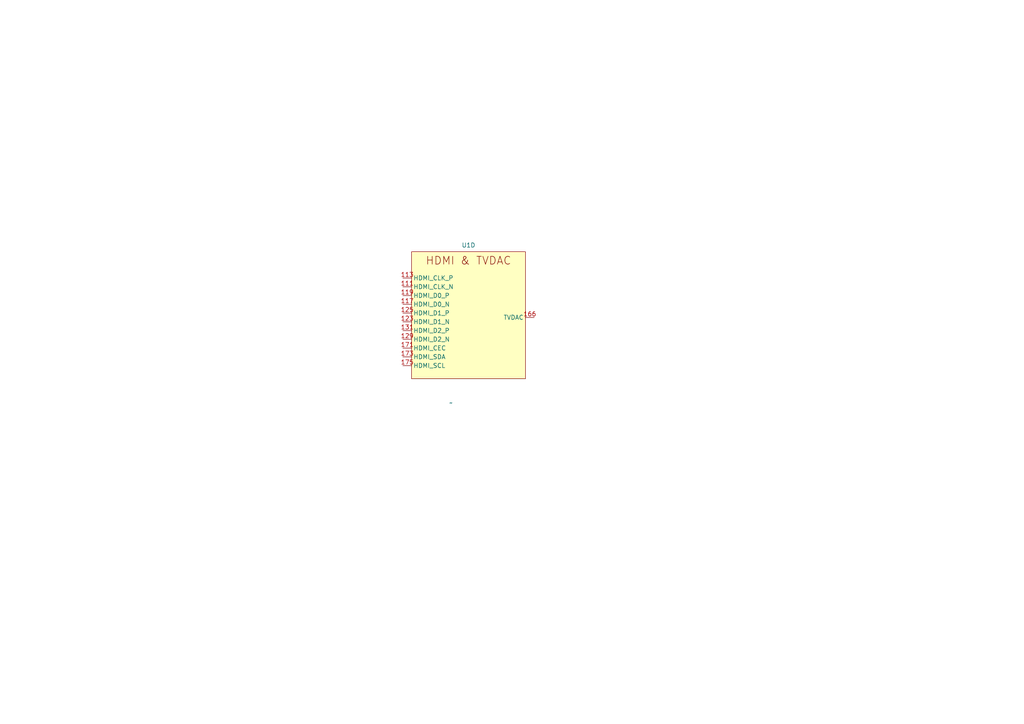
<source format=kicad_sch>
(kicad_sch (version 20230121) (generator eeschema)
  (paper "A4")
  (lib_symbols
    (symbol "SC0148:SC0148"
      (property "Reference" "U" (at 0 59.69 0))
      (symbol "SC0148_1_1"
        (rectangle (start -20.32 57.785) (end 19.05 -62.23) (fill (type background)))
        (text "POWER" (at 0 54.61 0) (effects (font (size 2.27 2.27))))
        (pin power_in line (at -22.86 -20.32 0) (length 2.54) (name "GND") (number "1"))
        (pin power_in line (at 21.59 43.18 180) (length 2.54) (name "GND") (number "103"))
        (pin power_in line (at 21.59 40.64 180) (length 2.54) (name "GND") (number "104"))
        (pin power_in line (at 21.59 38.1 180) (length 2.54) (name "GND") (number "109"))
        (pin power_in line (at 21.59 35.56 180) (length 2.54) (name "GND") (number "110"))
        (pin power_in line (at 21.59 33.02 180) (length 2.54) (name "GND") (number "115"))
        (pin power_in line (at 21.59 30.48 180) (length 2.54) (name "GND") (number "116"))
        (pin power_in line (at 21.59 27.94 180) (length 2.54) (name "GND") (number "121"))
        (pin power_in line (at 21.59 25.4 180) (length 2.54) (name "GND") (number "122"))
        (pin no_connect line (at 12.7 -64.77 90) (length 2.54) (name "NC") (number "124"))
        (pin no_connect line (at 10.16 -64.77 90) (length 2.54) (name "NC") (number "126"))
        (pin power_in line (at 21.59 22.86 180) (length 2.54) (name "GND") (number "127"))
        (pin no_connect line (at 7.62 -64.77 90) (length 2.54) (name "NC") (number "128"))
        (pin power_in line (at -22.86 -27.94 0) (length 2.54) (name "GND") (number "13"))
        (pin no_connect line (at 5.08 -64.77 90) (length 2.54) (name "NC") (number "130"))
        (pin no_connect line (at 2.54 -64.77 90) (length 2.54) (name "NC") (number "132"))
        (pin power_in line (at 21.59 20.32 180) (length 2.54) (name "GND") (number "133"))
        (pin power_in line (at 21.59 17.78 180) (length 2.54) (name "GND") (number "134"))
        (pin power_in line (at 21.59 15.24 180) (length 2.54) (name "GND") (number "139"))
        (pin power_in line (at -22.86 -30.48 0) (length 2.54) (name "GND") (number "14"))
        (pin power_in line (at 21.59 12.7 180) (length 2.54) (name "GND") (number "140"))
        (pin power_in line (at 21.59 10.16 180) (length 2.54) (name "GND") (number "145"))
        (pin power_in line (at 21.59 7.62 180) (length 2.54) (name "GND") (number "146"))
        (pin power_in line (at 21.59 5.08 180) (length 2.54) (name "GND") (number "151"))
        (pin power_in line (at 21.59 2.54 180) (length 2.54) (name "GND") (number "152"))
        (pin no_connect line (at 0 -64.77 90) (length 2.54) (name "NC") (number "154"))
        (pin no_connect line (at -2.54 -64.77 90) (length 2.54) (name "NC") (number "156"))
        (pin power_in line (at 21.59 0 180) (length 2.54) (name "GND") (number "157"))
        (pin no_connect line (at -5.08 -64.77 90) (length 2.54) (name "NC") (number "158"))
        (pin no_connect line (at -7.62 -64.77 90) (length 2.54) (name "NC") (number "160"))
        (pin no_connect line (at -10.16 -64.77 90) (length 2.54) (name "NC") (number "162"))
        (pin power_in line (at 21.59 -2.54 180) (length 2.54) (name "GND") (number "163"))
        (pin power_in line (at 21.59 -5.08 180) (length 2.54) (name "GND") (number "164"))
        (pin power_in line (at 21.59 -7.62 180) (length 2.54) (name "GND") (number "169"))
        (pin power_in line (at 21.59 -10.16 180) (length 2.54) (name "GND") (number "170"))
        (pin no_connect line (at -12.7 -64.77 90) (length 2.54) (name "VDD_CORE_(DO_NOT_CONNECT)") (number "179"))
        (pin power_in line (at 21.59 -12.7 180) (length 2.54) (name "GND") (number "181"))
        (pin power_in line (at 21.59 -15.24 180) (length 2.54) (name "GND") (number "182"))
        (pin power_in line (at -22.86 33.02 0) (length 2.54) (name "1V8") (number "183"))
        (pin power_in line (at -22.86 35.56 0) (length 2.54) (name "1V8") (number "184"))
        (pin power_in line (at -22.86 38.1 0) (length 2.54) (name "1V8") (number "185"))
        (pin power_in line (at -22.86 40.64 0) (length 2.54) (name "1V8") (number "186"))
        (pin power_in line (at 21.59 48.26 180) (length 2.54) (name "GND") (number "187"))
        (pin power_in line (at 21.59 45.72 180) (length 2.54) (name "GND") (number "188"))
        (pin input line (at -22.86 -10.16 0) (length 2.54) (name "VDAC") (number "189"))
        (pin power_in line (at -22.86 -33.02 0) (length 2.54) (name "GND") (number "19"))
        (pin input line (at -22.86 -12.7 0) (length 2.54) (name "VDAC") (number "190"))
        (pin power_in line (at -22.86 20.32 0) (length 2.54) (name "3V3") (number "191"))
        (pin power_in line (at -22.86 22.86 0) (length 2.54) (name "3V3") (number "192"))
        (pin power_in line (at -22.86 25.4 0) (length 2.54) (name "3V3") (number "193"))
        (pin power_in line (at -22.86 27.94 0) (length 2.54) (name "3V3") (number "194"))
        (pin power_in line (at 21.59 53.34 180) (length 2.54) (name "GND") (number "195"))
        (pin power_in line (at 21.59 50.8 180) (length 2.54) (name "GND") (number "196"))
        (pin power_in line (at -22.86 45.085 0) (length 2.54) (name "VBAT") (number "197"))
        (pin power_in line (at -22.86 47.625 0) (length 2.54) (name "VBAT") (number "198"))
        (pin power_in line (at -22.86 50.165 0) (length 2.54) (name "VBAT") (number "199"))
        (pin power_in line (at -22.86 -35.56 0) (length 2.54) (name "GND") (number "20"))
        (pin power_in line (at -22.86 52.705 0) (length 2.54) (name "VBAT") (number "200"))
        (pin power_in line (at -22.86 -38.1 0) (length 2.54) (name "GND") (number "25"))
        (pin power_in line (at -22.86 -40.64 0) (length 2.54) (name "GND") (number "26"))
        (pin power_in line (at -22.86 -43.18 0) (length 2.54) (name "GND") (number "31"))
        (pin power_in line (at -22.86 -45.72 0) (length 2.54) (name "GND") (number "32"))
        (pin power_in line (at -22.86 -48.26 0) (length 2.54) (name "GND") (number "37"))
        (pin power_in line (at -22.86 -50.8 0) (length 2.54) (name "GND") (number "38"))
        (pin power_in line (at -22.86 7.62 0) (length 2.54) (name "GPIO0-27_VDD") (number "39"))
        (pin power_in line (at -22.86 15.24 0) (length 2.54) (name "SDX_VDD") (number "4"))
        (pin power_in line (at -22.86 5.08 0) (length 2.54) (name "GPIO0-27_VDD") (number "40"))
        (pin power_in line (at -22.86 2.54 0) (length 2.54) (name "GPIO28-45_VDD") (number "41"))
        (pin power_in line (at -22.86 0 0) (length 2.54) (name "GPIO28-45_VDD") (number "42"))
        (pin power_in line (at -22.86 -53.34 0) (length 2.54) (name "GND") (number "43"))
        (pin power_in line (at -22.86 -55.88 0) (length 2.54) (name "GND") (number "44"))
        (pin power_in line (at -22.86 -58.42 0) (length 2.54) (name "GND") (number "49"))
        (pin power_in line (at 21.59 -58.42 180) (length 2.54) (name "GND") (number "50"))
        (pin power_in line (at 21.59 -48.26 180) (length 2.54) (name "GND") (number "55"))
        (pin power_in line (at 21.59 -50.8 180) (length 2.54) (name "GND") (number "56"))
        (pin power_in line (at -22.86 12.7 0) (length 2.54) (name "SDX_VDD") (number "6"))
        (pin power_in line (at 21.59 -55.88 180) (length 2.54) (name "GND") (number "61"))
        (pin power_in line (at 21.59 -53.34 180) (length 2.54) (name "GND") (number "62"))
        (pin power_in line (at 21.59 -45.72 180) (length 2.54) (name "GND") (number "67"))
        (pin power_in line (at 21.59 -43.18 180) (length 2.54) (name "GND") (number "68"))
        (pin power_in line (at -22.86 -22.86 0) (length 2.54) (name "GND") (number "7"))
        (pin power_in line (at 21.59 -40.64 180) (length 2.54) (name "GND") (number "73"))
        (pin power_in line (at 21.59 -38.1 180) (length 2.54) (name "GND") (number "74"))
        (pin power_in line (at 21.59 -35.56 180) (length 2.54) (name "GND") (number "79"))
        (pin power_in line (at -22.86 -25.4 0) (length 2.54) (name "GND") (number "8"))
        (pin power_in line (at 21.59 -33.02 180) (length 2.54) (name "GND") (number "80"))
        (pin power_in line (at 21.59 -30.48 180) (length 2.54) (name "GND") (number "85"))
        (pin power_in line (at 21.59 -27.94 180) (length 2.54) (name "GND") (number "86"))
        (pin power_in line (at -22.86 -5.08 0) (length 2.54) (name "HDMI_HPD_N_1V8") (number "88"))
        (pin power_in line (at 21.59 -25.4 180) (length 2.54) (name "GND") (number "91"))
        (pin power_in line (at 21.59 -22.86 180) (length 2.54) (name "GND") (number "92"))
        (pin power_in line (at 21.59 -20.32 180) (length 2.54) (name "GND") (number "97"))
        (pin power_in line (at 21.59 -17.78 180) (length 2.54) (name "GND") (number "98"))
      )
      (symbol "SC0148_2_1"
        (rectangle (start -16.51 15.24) (end 17.78 -13.97) (fill (type background)))
        (text "EMMC & USB" (at 1.27 12.7 0) (effects (font (size 2.27 2.27))))
        (pin output line (at -19.05 5.08 0) (length 2.54) (name "SDX_CLK") (number "10"))
        (pin bidirectional line (at -19.05 2.54 0) (length 2.54) (name "SDX_CMD") (number "12"))
        (pin bidirectional line (at -19.05 0 0) (length 2.54) (name "SDX_D0") (number "16"))
        (pin bidirectional line (at 20.32 7.62 180) (length 2.54) (name "USB_DP") (number "165"))
        (pin bidirectional line (at 20.32 5.08 180) (length 2.54) (name "USB_DM") (number "167"))
        (pin input line (at 20.32 2.54 180) (length 2.54) (name "USB_OTGID") (number "168"))
        (pin bidirectional line (at -19.05 -2.54 0) (length 2.54) (name "SDX_D1") (number "18"))
        (pin input line (at -19.05 7.62 0) (length 2.54) (name "EMMC_DISABLE_N") (number "2"))
        (pin bidirectional line (at -19.05 -5.08 0) (length 2.54) (name "SDX_D2") (number "22"))
        (pin bidirectional line (at -19.05 -7.62 0) (length 2.54) (name "SDX_D3") (number "24"))
        (pin power_out line (at -19.05 -10.16 0) (length 2.54) (name "EMMC_EN_N_1V8") (number "90"))
      )
      (symbol "SC0148_3_1"
        (rectangle (start -10.16 34.29) (end 11.43 -35.56) (fill (type background)))
        (text "GPIO" (at 0 31.75 0) (effects (font (size 2.27 2.27))))
        (pin bidirectional line (at -12.7 19.05 0) (length 2.54) (name "GPIO3") (number "11"))
        (pin bidirectional line (at -12.7 16.51 0) (length 2.54) (name "GPIO4") (number "15"))
        (pin bidirectional line (at -12.7 13.97 0) (length 2.54) (name "GPIO5") (number "17"))
        (pin bidirectional line (at -12.7 11.43 0) (length 2.54) (name "GPIO6") (number "21"))
        (pin bidirectional line (at -12.7 8.89 0) (length 2.54) (name "GPIO7") (number "23"))
        (pin bidirectional line (at -12.7 6.35 0) (length 2.54) (name "GPIO8") (number "27"))
        (pin bidirectional line (at 13.97 13.97 180) (length 2.54) (name "GPIO28") (number "28"))
        (pin bidirectional line (at -12.7 3.81 0) (length 2.54) (name "GPIO9") (number "29"))
        (pin bidirectional line (at -12.7 26.67 0) (length 2.54) (name "GPIO0") (number "3"))
        (pin bidirectional line (at 13.97 11.43 180) (length 2.54) (name "GPIO29") (number "30"))
        (pin bidirectional line (at -12.7 1.27 0) (length 2.54) (name "GPIO10") (number "33"))
        (pin bidirectional line (at 13.97 8.89 180) (length 2.54) (name "GPIO30") (number "34"))
        (pin bidirectional line (at -12.7 -1.27 0) (length 2.54) (name "GPIO11") (number "35"))
        (pin bidirectional line (at 13.97 6.35 180) (length 2.54) (name "GPIO31") (number "36"))
        (pin bidirectional line (at -12.7 -3.81 0) (length 2.54) (name "GPIO12") (number "45"))
        (pin bidirectional line (at 13.97 3.81 180) (length 2.54) (name "GPIO32") (number "46"))
        (pin bidirectional line (at -12.7 -6.35 0) (length 2.54) (name "GPIO13") (number "47"))
        (pin bidirectional line (at 13.97 1.27 180) (length 2.54) (name "GPIO33") (number "48"))
        (pin bidirectional line (at -12.7 24.13 0) (length 2.54) (name "GPIO1") (number "5"))
        (pin bidirectional line (at -12.7 -8.89 0) (length 2.54) (name "GPIO14") (number "51"))
        (pin bidirectional line (at 13.97 -1.27 180) (length 2.54) (name "GPIO34") (number "52"))
        (pin bidirectional line (at -12.7 -11.43 0) (length 2.54) (name "GPIO15") (number "53"))
        (pin bidirectional line (at 13.97 -3.81 180) (length 2.54) (name "GPIO35") (number "54"))
        (pin bidirectional line (at -12.7 -13.97 0) (length 2.54) (name "GPIO16") (number "57"))
        (pin bidirectional line (at 13.97 -6.35 180) (length 2.54) (name "GPIO36") (number "58"))
        (pin bidirectional line (at -12.7 -16.51 0) (length 2.54) (name "GPIO17") (number "59"))
        (pin bidirectional line (at 13.97 -8.89 180) (length 2.54) (name "GPIO37") (number "60"))
        (pin bidirectional line (at -12.7 -19.05 0) (length 2.54) (name "GPIO18") (number "63"))
        (pin bidirectional line (at 13.97 -11.43 180) (length 2.54) (name "GPIO38") (number "64"))
        (pin bidirectional line (at -12.7 -21.59 0) (length 2.54) (name "GPIO19") (number "65"))
        (pin bidirectional line (at 13.97 -13.97 180) (length 2.54) (name "GPIO39") (number "66"))
        (pin bidirectional line (at -12.7 -24.13 0) (length 2.54) (name "GPIO20") (number "69"))
        (pin bidirectional line (at 13.97 -16.51 180) (length 2.54) (name "GPIO40") (number "70"))
        (pin bidirectional line (at -12.7 -26.67 0) (length 2.54) (name "GPIO21") (number "71"))
        (pin bidirectional line (at 13.97 -19.05 180) (length 2.54) (name "GPIO41") (number "72"))
        (pin bidirectional line (at -12.7 -29.21 0) (length 2.54) (name "GPIO22") (number "75"))
        (pin bidirectional line (at 13.97 -21.59 180) (length 2.54) (name "GPIO42") (number "76"))
        (pin bidirectional line (at 13.97 26.67 180) (length 2.54) (name "GPIO23") (number "77"))
        (pin bidirectional line (at 13.97 -24.13 180) (length 2.54) (name "GPIO43") (number "78"))
        (pin bidirectional line (at 13.97 24.13 180) (length 2.54) (name "GPIO24") (number "81"))
        (pin bidirectional line (at 13.97 -26.67 180) (length 2.54) (name "GPIO44") (number "82"))
        (pin bidirectional line (at 13.97 21.59 180) (length 2.54) (name "GPIO25") (number "83"))
        (pin bidirectional line (at 13.97 -29.21 180) (length 2.54) (name "GPIO45") (number "84"))
        (pin bidirectional line (at 13.97 19.05 180) (length 2.54) (name "GPIO26") (number "87"))
        (pin bidirectional line (at 13.97 16.51 180) (length 2.54) (name "GPIO27") (number "89"))
        (pin bidirectional line (at -12.7 21.59 0) (length 2.54) (name "GPIO2") (number "9"))
      )
      (symbol "SC0148_4_1"
        (rectangle (start -16.51 19.05) (end 16.51 -17.78) (fill (type background)))
        (text "HDMI & TVDAC" (at 0 16.51 0) (effects (font (size 2.27 2.27))))
        (pin output line (at -19.05 8.89 0) (length 2.54) (name "HDMI_CLK_N") (number "111"))
        (pin output line (at -19.05 11.43 0) (length 2.54) (name "HDMI_CLK_P") (number "113"))
        (pin output line (at -19.05 3.81 0) (length 2.54) (name "HDMI_D0_N") (number "117"))
        (pin output line (at -19.05 6.35 0) (length 2.54) (name "HDMI_D0_P") (number "119"))
        (pin output line (at -19.05 -1.27 0) (length 2.54) (name "HDMI_D1_N") (number "123"))
        (pin output line (at -19.05 1.27 0) (length 2.54) (name "HDMI_D1_P") (number "125"))
        (pin output line (at -19.05 -6.35 0) (length 2.54) (name "HDMI_D2_N") (number "129"))
        (pin output line (at -19.05 -3.81 0) (length 2.54) (name "HDMI_D2_P") (number "131"))
        (pin output line (at 19.05 0 180) (length 2.54) (name "TVDAC") (number "166"))
        (pin bidirectional line (at -19.05 -8.89 0) (length 2.54) (name "HDMI_CEC") (number "171"))
        (pin bidirectional line (at -19.05 -11.43 0) (length 2.54) (name "HDMI_SDA") (number "173"))
        (pin bidirectional line (at -19.05 -13.97 0) (length 2.54) (name "HDMI_SCL") (number "175"))
      )
      (symbol "SC0148_5_1"
        (rectangle (start -16.51 27.94) (end 16.51 -22.86) (fill (type background)))
        (text "CAM & DISP\n" (at 0 25.4 0) (effects (font (size 2.27 2.27))))
        (pin output line (at 19.05 2.54 180) (length 2.54) (name "DSI1_CP") (number "100"))
        (pin output line (at 19.05 16.51 180) (length 2.54) (name "DSI0_DP0") (number "101"))
        (pin output line (at 19.05 0 180) (length 2.54) (name "DSI1_CN") (number "102"))
        (pin output line (at 19.05 19.05 180) (length 2.54) (name "DSI0_CN") (number "105"))
        (pin output line (at 19.05 -17.78 180) (length 2.54) (name "DSI1_DP3") (number "106"))
        (pin output line (at 19.05 21.59 180) (length 2.54) (name "DSI0_CP") (number "107"))
        (pin output line (at 19.05 -20.32 180) (length 2.54) (name "DSI1_DN3") (number "108"))
        (pin output line (at 19.05 -12.7 180) (length 2.54) (name "DSI1_DP2") (number "112"))
        (pin output line (at 19.05 -15.24 180) (length 2.54) (name "DSI1_DN2") (number "114"))
        (pin output line (at 19.05 -7.62 180) (length 2.54) (name "DSI1_DP1") (number "118"))
        (pin output line (at 19.05 -10.16 180) (length 2.54) (name "DSI1_DN1") (number "120"))
        (pin input line (at -19.05 -17.78 0) (length 2.54) (name "CAM1_DP3") (number "135"))
        (pin input line (at -19.05 16.51 0) (length 2.54) (name "CAM0_DP0") (number "136"))
        (pin input line (at -19.05 -20.32 0) (length 2.54) (name "CAM1_DN3") (number "137"))
        (pin input line (at -19.05 13.97 0) (length 2.54) (name "CAM0_DN0") (number "138"))
        (pin input line (at -19.05 -12.7 0) (length 2.54) (name "CAM1_DP2") (number "141"))
        (pin input line (at -19.05 21.59 0) (length 2.54) (name "CAM0_CP") (number "142"))
        (pin input line (at -19.05 -15.24 0) (length 2.54) (name "CAM1_DN2") (number "143"))
        (pin input line (at -19.05 19.05 0) (length 2.54) (name "CAM0_CN") (number "144"))
        (pin input line (at -19.05 2.54 0) (length 2.54) (name "CAM1_CP") (number "147"))
        (pin input line (at -19.05 11.43 0) (length 2.54) (name "CAM0_DP1") (number "148"))
        (pin input line (at -19.05 0 0) (length 2.54) (name "CAM1_CN") (number "149"))
        (pin input line (at -19.05 8.89 0) (length 2.54) (name "CAM0_DN1") (number "150"))
        (pin input line (at -19.05 -2.54 0) (length 2.54) (name "CAM1_DP1") (number "153"))
        (pin input line (at -19.05 -5.08 0) (length 2.54) (name "CAM1_DN1") (number "155"))
        (pin input line (at -19.05 -7.62 0) (length 2.54) (name "CAM1_DP0") (number "159"))
        (pin input line (at -19.05 -10.16 0) (length 2.54) (name "CAM1_DN0") (number "161"))
        (pin output line (at 19.05 8.89 180) (length 2.54) (name "DSI0_DN1") (number "93"))
        (pin output line (at 19.05 -2.54 180) (length 2.54) (name "DSI1_DP0") (number "94"))
        (pin output line (at 19.05 11.43 180) (length 2.54) (name "DSI0_DP1") (number "95"))
        (pin output line (at 19.05 -5.08 180) (length 2.54) (name "DSI1_DN0") (number "96"))
        (pin output line (at 19.05 13.97 180) (length 2.54) (name "DSI0_DN0") (number "99"))
      )
      (symbol "SC0148_6_1"
        (rectangle (start -12.7 11.43) (end 12.7 -10.16) (fill (type background)))
        (text "JTAG / RUN" (at 0 8.89 0) (effects (font (size 2.27 2.27))))
        (pin input line (at 15.24 1.27 180) (length 2.54) (name "VC_TRST_N") (number "172"))
        (pin input line (at 15.24 -3.81 180) (length 2.54) (name "VC_TDI") (number "174"))
        (pin input line (at 15.24 3.81 180) (length 2.54) (name "VC_TMS") (number "176"))
        (pin input line (at -15.24 -1.27 0) (length 2.54) (name "RUN") (number "177"))
        (pin output line (at 15.24 -6.35 180) (length 2.54) (name "VC_TDO") (number "178"))
        (pin input line (at 15.24 -1.27 180) (length 2.54) (name "VC_TCK") (number "180"))
      )
    )
  )
  (symbol (lib_id "SC0148:SC0148") (at 135.89 92.075 0) (unit 4)
    (property "Reference" "U1" (at 135.89 71.12 0))
    (property "Value" "~" (at 130.81 116.84 0))
    (property "Footprint" "SODIMM:17172544" (effects hide))
    (property "Datasheet" "https://datasheets.raspberrypi.com/cm/cm3-plus-datasheet.pdf" (effects hide))
  )
)
</source>
